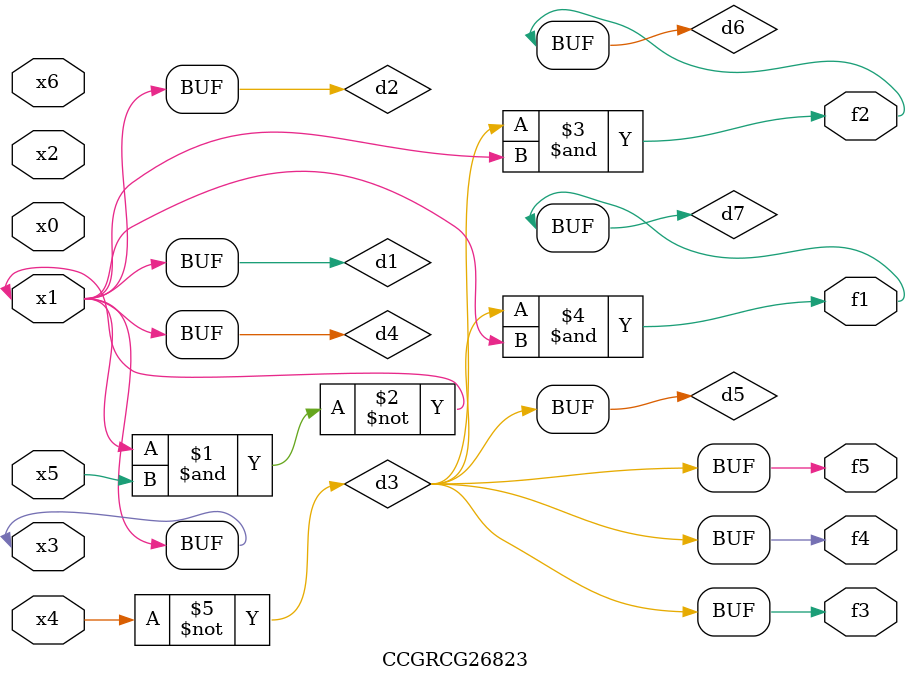
<source format=v>
module CCGRCG26823(
	input x0, x1, x2, x3, x4, x5, x6,
	output f1, f2, f3, f4, f5
);

	wire d1, d2, d3, d4, d5, d6, d7;

	buf (d1, x1, x3);
	nand (d2, x1, x5);
	not (d3, x4);
	buf (d4, d1, d2);
	buf (d5, d3);
	and (d6, d3, d4);
	and (d7, d3, d4);
	assign f1 = d7;
	assign f2 = d6;
	assign f3 = d5;
	assign f4 = d5;
	assign f5 = d5;
endmodule

</source>
